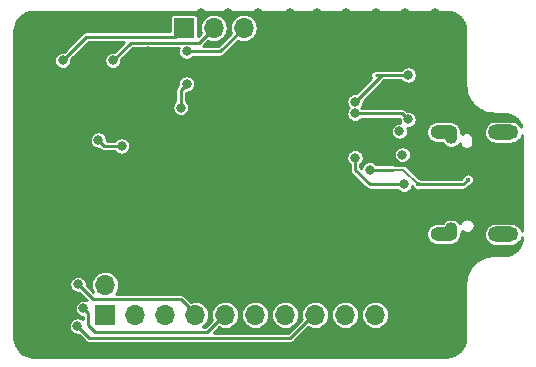
<source format=gbl>
G04 #@! TF.GenerationSoftware,KiCad,Pcbnew,(5.1.0)-1*
G04 #@! TF.CreationDate,2019-04-13T16:10:58+02:00*
G04 #@! TF.ProjectId,converterboard,636f6e76-6572-4746-9572-626f6172642e,rev?*
G04 #@! TF.SameCoordinates,Original*
G04 #@! TF.FileFunction,Copper,L2,Bot*
G04 #@! TF.FilePolarity,Positive*
%FSLAX46Y46*%
G04 Gerber Fmt 4.6, Leading zero omitted, Abs format (unit mm)*
G04 Created by KiCad (PCBNEW (5.1.0)-1) date 2019-04-13 16:10:58*
%MOMM*%
%LPD*%
G04 APERTURE LIST*
%ADD10O,2.300000X1.200000*%
%ADD11O,1.100000X1.350000*%
%ADD12O,2.600000X1.300000*%
%ADD13R,1.700000X1.700000*%
%ADD14O,1.700000X1.700000*%
%ADD15C,0.800000*%
%ADD16C,0.400000*%
%ADD17C,0.250000*%
%ADD18C,0.200000*%
%ADD19C,0.254000*%
G04 APERTURE END LIST*
D10*
X190750000Y-109580000D03*
D11*
X191400000Y-109900000D03*
X191400000Y-117900000D03*
D10*
X190750000Y-118220000D03*
D12*
X195800000Y-118220000D03*
X195800000Y-109580000D03*
D13*
X168750000Y-100750000D03*
D14*
X171290000Y-100750000D03*
X173830000Y-100750000D03*
X176370000Y-100750000D03*
X184960000Y-122510000D03*
X184960000Y-125050000D03*
X182420000Y-122510000D03*
X182420000Y-125050000D03*
X179880000Y-122510000D03*
X179880000Y-125050000D03*
X177340000Y-122510000D03*
X177340000Y-125050000D03*
X174800000Y-122510000D03*
X174800000Y-125050000D03*
X172260000Y-122510000D03*
X172260000Y-125050000D03*
X169720000Y-122510000D03*
X169720000Y-125050000D03*
X167180000Y-122510000D03*
X167180000Y-125050000D03*
X164640000Y-122510000D03*
X164640000Y-125050000D03*
X162100000Y-122510000D03*
D13*
X162100000Y-125050000D03*
D15*
X187000000Y-109500000D03*
X187250000Y-111500000D03*
X167750000Y-108750000D03*
X158750000Y-111750000D03*
X158250000Y-117500000D03*
X180500000Y-117500000D03*
X186250000Y-118000000D03*
X183000000Y-101000000D03*
X160750000Y-109250000D03*
X158000000Y-113750000D03*
X169000000Y-117250000D03*
X167500000Y-118250000D03*
X172750000Y-108250000D03*
X164350542Y-108424777D03*
X191750000Y-127750000D03*
X189000000Y-128000000D03*
X186000000Y-128000000D03*
X183000000Y-128000000D03*
X180000000Y-128000000D03*
X177000000Y-128000000D03*
X174000000Y-128000000D03*
X171000000Y-128000000D03*
X168000000Y-128000000D03*
X165000000Y-128000000D03*
X162000000Y-128000000D03*
X159000000Y-128000000D03*
X156000000Y-128000000D03*
X155000000Y-126000000D03*
X155000000Y-123000000D03*
X154750000Y-120250000D03*
X154750000Y-117250000D03*
X154750000Y-114500000D03*
X154750000Y-112250000D03*
X154750000Y-110000000D03*
X154750000Y-107500000D03*
X154750000Y-105000000D03*
X154750000Y-102500000D03*
X155250000Y-100000000D03*
X159000000Y-99750000D03*
X161500000Y-99750000D03*
X164000000Y-99750000D03*
X166500000Y-99750000D03*
X191750000Y-100000000D03*
X190000000Y-99500000D03*
X187500000Y-99500000D03*
X185000000Y-99500000D03*
X182500000Y-99500000D03*
X180000000Y-99500000D03*
X177750000Y-99500000D03*
X175000000Y-99500000D03*
X172500000Y-99500000D03*
X170250000Y-99500000D03*
X192000000Y-125500000D03*
X192000000Y-123000000D03*
X192000000Y-120500000D03*
X192250000Y-103750000D03*
X188750000Y-120750000D03*
X188750000Y-123000000D03*
X188750000Y-125500000D03*
X186000000Y-120250000D03*
X182750000Y-120250000D03*
X179750000Y-120250000D03*
X176750000Y-120250000D03*
X174250000Y-120250000D03*
X170750000Y-120250000D03*
X167750000Y-120250000D03*
X164500000Y-120250000D03*
X161500000Y-120250000D03*
X159500000Y-119000000D03*
X162750000Y-118750000D03*
X163500000Y-116500000D03*
X165250000Y-115000000D03*
X163500000Y-113750000D03*
X165000000Y-112750000D03*
X172000000Y-117250000D03*
X174750000Y-117250000D03*
X174500000Y-114750000D03*
X171500000Y-114750000D03*
X169250000Y-114500000D03*
X172750000Y-104000000D03*
X176250000Y-104500000D03*
X176000000Y-108250000D03*
X175750000Y-112750000D03*
X172750000Y-112750000D03*
X174000000Y-110500000D03*
X174000000Y-106250000D03*
X176000000Y-110500000D03*
X179500000Y-102250000D03*
X182000000Y-102500000D03*
X183750000Y-104000000D03*
X182250000Y-106250000D03*
X180250000Y-106250000D03*
X180000000Y-104000000D03*
X181750000Y-104250000D03*
X181000000Y-101000000D03*
X178500000Y-101000000D03*
X169250000Y-103750000D03*
X167500000Y-105500000D03*
X165750000Y-104500000D03*
X165750000Y-102750000D03*
X180750000Y-109500000D03*
X180250000Y-111250000D03*
X183500000Y-109750000D03*
X190000000Y-104500000D03*
X161750000Y-102250000D03*
X157250000Y-108250000D03*
X157250000Y-112000000D03*
X157750000Y-124000000D03*
X157500000Y-126000000D03*
X159750000Y-115250000D03*
X182500000Y-117500000D03*
X184500000Y-115500000D03*
X158500000Y-103500000D03*
X161500000Y-110250000D03*
X163500000Y-110750000D03*
X169000000Y-102750000D03*
X162750000Y-103500000D03*
X184500000Y-112750000D03*
D16*
X192800000Y-113600000D03*
X188600000Y-114000000D03*
D15*
X183249984Y-111750000D03*
X187400000Y-114000000D03*
X187750000Y-108500000D03*
X183250012Y-108000000D03*
X183250000Y-107000000D03*
X187750000Y-104750016D03*
X159795497Y-122454497D03*
X160250000Y-124500004D03*
X159750000Y-126000000D03*
X168500000Y-107500000D03*
X169000000Y-105500000D03*
D17*
X158899999Y-103100001D02*
X158500000Y-103500000D01*
X160500000Y-101500000D02*
X158899999Y-103100001D01*
X168750000Y-100750000D02*
X168000000Y-101500000D01*
X168000000Y-101500000D02*
X160500000Y-101500000D01*
X162000000Y-110750000D02*
X162934315Y-110750000D01*
X161500000Y-110250000D02*
X162000000Y-110750000D01*
X162934315Y-110750000D02*
X163500000Y-110750000D01*
X171830000Y-102750000D02*
X169565685Y-102750000D01*
X169565685Y-102750000D02*
X169000000Y-102750000D01*
X173830000Y-100750000D02*
X171830000Y-102750000D01*
X170440001Y-101599999D02*
X171290000Y-100750000D01*
X162750000Y-103500000D02*
X164250000Y-102000000D01*
X164250000Y-102000000D02*
X170040000Y-102000000D01*
X170040000Y-102000000D02*
X170440001Y-101599999D01*
X186500000Y-112750000D02*
X184500000Y-112750000D01*
X188882842Y-114000000D02*
X188600000Y-114000000D01*
X192400000Y-114000000D02*
X188882842Y-114000000D01*
X192800000Y-113600000D02*
X192400000Y-114000000D01*
D18*
X187350000Y-112750000D02*
X188600000Y-114000000D01*
X186500000Y-112750000D02*
X187350000Y-112750000D01*
D17*
X184500000Y-114000000D02*
X186834315Y-114000000D01*
X186834315Y-114000000D02*
X187400000Y-114000000D01*
X183249984Y-111750000D02*
X183249984Y-112749984D01*
X183249984Y-112749984D02*
X184500000Y-114000000D01*
X187250000Y-108000000D02*
X183815697Y-108000000D01*
X183815697Y-108000000D02*
X183250012Y-108000000D01*
X187750000Y-108500000D02*
X187250000Y-108000000D01*
X183250000Y-107000000D02*
X185499984Y-104750016D01*
X187184315Y-104750016D02*
X187750000Y-104750016D01*
X184999984Y-104750016D02*
X187184315Y-104750016D01*
X169750000Y-125000000D02*
X168500000Y-123750000D01*
X161091000Y-123750000D02*
X160195496Y-122854496D01*
X168500000Y-123750000D02*
X161091000Y-123750000D01*
X160195496Y-122854496D02*
X159795497Y-122454497D01*
X160649999Y-125885001D02*
X160649999Y-124900003D01*
X160649999Y-124900003D02*
X160250000Y-124500004D01*
X172250000Y-125000000D02*
X170750000Y-126500000D01*
X161264998Y-126500000D02*
X160649999Y-125885001D01*
X170750000Y-126500000D02*
X161264998Y-126500000D01*
X160149999Y-126399999D02*
X159750000Y-126000000D01*
X160750000Y-127000000D02*
X160149999Y-126399999D01*
X177750000Y-127000000D02*
X160750000Y-127000000D01*
X179750000Y-125000000D02*
X177750000Y-127000000D01*
X168500000Y-107500000D02*
X168500000Y-106000000D01*
X168500000Y-106000000D02*
X169000000Y-105500000D01*
D19*
G36*
X191310008Y-99434324D02*
G01*
X191608214Y-99524357D01*
X191883249Y-99670595D01*
X192124645Y-99867473D01*
X192323203Y-100107487D01*
X192471360Y-100381498D01*
X192563472Y-100679064D01*
X192586032Y-100893702D01*
X192579178Y-100916294D01*
X192573000Y-100979023D01*
X192573001Y-105620978D01*
X192579179Y-105683707D01*
X192603596Y-105764196D01*
X192613590Y-105782893D01*
X192641052Y-106044176D01*
X192648384Y-106079893D01*
X192655206Y-106115657D01*
X192656828Y-106121031D01*
X192772252Y-106493905D01*
X192786369Y-106527489D01*
X192800020Y-106561276D01*
X192802655Y-106566232D01*
X192988306Y-106909587D01*
X193008689Y-106939806D01*
X193028631Y-106970281D01*
X193032179Y-106974631D01*
X193280986Y-107275386D01*
X193306852Y-107301073D01*
X193332331Y-107327091D01*
X193336656Y-107330669D01*
X193639141Y-107577369D01*
X193669501Y-107597541D01*
X193699551Y-107618117D01*
X193704489Y-107620787D01*
X194049131Y-107804036D01*
X194082799Y-107817913D01*
X194116306Y-107832275D01*
X194121668Y-107833935D01*
X194495340Y-107946752D01*
X194531069Y-107953827D01*
X194566720Y-107961405D01*
X194572302Y-107961991D01*
X194816152Y-107985901D01*
X194835804Y-107996405D01*
X194916293Y-108020822D01*
X194979022Y-108027000D01*
X195820978Y-108027000D01*
X195883707Y-108020822D01*
X195905348Y-108014257D01*
X196110008Y-108034324D01*
X196408214Y-108124357D01*
X196683249Y-108270595D01*
X196924645Y-108467473D01*
X197123203Y-108707487D01*
X197271360Y-108981498D01*
X197317399Y-109130227D01*
X197266276Y-109034582D01*
X197144186Y-108885814D01*
X196995418Y-108763724D01*
X196825691Y-108673003D01*
X196641525Y-108617137D01*
X196497993Y-108603000D01*
X195102007Y-108603000D01*
X194958475Y-108617137D01*
X194774309Y-108673003D01*
X194604582Y-108763724D01*
X194455814Y-108885814D01*
X194333724Y-109034582D01*
X194243003Y-109204309D01*
X194187137Y-109388475D01*
X194168273Y-109580000D01*
X194187137Y-109771525D01*
X194243003Y-109955691D01*
X194333724Y-110125418D01*
X194455814Y-110274186D01*
X194604582Y-110396276D01*
X194774309Y-110486997D01*
X194958475Y-110542863D01*
X195102007Y-110557000D01*
X196497993Y-110557000D01*
X196641525Y-110542863D01*
X196825691Y-110486997D01*
X196995418Y-110396276D01*
X197144186Y-110274186D01*
X197266276Y-110125418D01*
X197356997Y-109955691D01*
X197398001Y-109820519D01*
X197398000Y-117979478D01*
X197356997Y-117844309D01*
X197266276Y-117674582D01*
X197144186Y-117525814D01*
X196995418Y-117403724D01*
X196825691Y-117313003D01*
X196641525Y-117257137D01*
X196497993Y-117243000D01*
X195102007Y-117243000D01*
X194958475Y-117257137D01*
X194774309Y-117313003D01*
X194604582Y-117403724D01*
X194455814Y-117525814D01*
X194333724Y-117674582D01*
X194243003Y-117844309D01*
X194187137Y-118028475D01*
X194168273Y-118220000D01*
X194187137Y-118411525D01*
X194243003Y-118595691D01*
X194333724Y-118765418D01*
X194455814Y-118914186D01*
X194604582Y-119036276D01*
X194774309Y-119126997D01*
X194958475Y-119182863D01*
X195102007Y-119197000D01*
X196497993Y-119197000D01*
X196641525Y-119182863D01*
X196825691Y-119126997D01*
X196995418Y-119036276D01*
X197144186Y-118914186D01*
X197266276Y-118765418D01*
X197356997Y-118595691D01*
X197386383Y-118498817D01*
X197365676Y-118710009D01*
X197275641Y-119008217D01*
X197129402Y-119283252D01*
X196932524Y-119524648D01*
X196692513Y-119723203D01*
X196418502Y-119871360D01*
X196120935Y-119963472D01*
X195906299Y-119986031D01*
X195883707Y-119979178D01*
X195820978Y-119973000D01*
X194979022Y-119973000D01*
X194916293Y-119979178D01*
X194835804Y-120003595D01*
X194817105Y-120013590D01*
X194555823Y-120041052D01*
X194520093Y-120048386D01*
X194484343Y-120055206D01*
X194478969Y-120056828D01*
X194106094Y-120172252D01*
X194072472Y-120186385D01*
X194038725Y-120200020D01*
X194033768Y-120202655D01*
X193690413Y-120388306D01*
X193660194Y-120408689D01*
X193629719Y-120428631D01*
X193625369Y-120432179D01*
X193324614Y-120680986D01*
X193298944Y-120706836D01*
X193272909Y-120732331D01*
X193269331Y-120736656D01*
X193022630Y-121039141D01*
X193002444Y-121069523D01*
X192981883Y-121099552D01*
X192979213Y-121104489D01*
X192795963Y-121449131D01*
X192782067Y-121482845D01*
X192767725Y-121516307D01*
X192766065Y-121521669D01*
X192653247Y-121895340D01*
X192646168Y-121931092D01*
X192638595Y-121966720D01*
X192638009Y-121972302D01*
X192614099Y-122216153D01*
X192603595Y-122235805D01*
X192579178Y-122316294D01*
X192573000Y-122379023D01*
X192573001Y-127020978D01*
X192579179Y-127083707D01*
X192585743Y-127105346D01*
X192565676Y-127310009D01*
X192475641Y-127608217D01*
X192329402Y-127883252D01*
X192132524Y-128124648D01*
X191892513Y-128323203D01*
X191618502Y-128471360D01*
X191320935Y-128563472D01*
X190992426Y-128598000D01*
X156019658Y-128598000D01*
X155689991Y-128565676D01*
X155391783Y-128475641D01*
X155116748Y-128329402D01*
X154875352Y-128132524D01*
X154676797Y-127892513D01*
X154528640Y-127618502D01*
X154436528Y-127320935D01*
X154402000Y-126992426D01*
X154402000Y-125928397D01*
X159023000Y-125928397D01*
X159023000Y-126071603D01*
X159050938Y-126212058D01*
X159105741Y-126344364D01*
X159185302Y-126463436D01*
X159286564Y-126564698D01*
X159405636Y-126644259D01*
X159537942Y-126699062D01*
X159678397Y-126727000D01*
X159821603Y-126727000D01*
X159835093Y-126724317D01*
X159846088Y-126735312D01*
X159846093Y-126735316D01*
X160414681Y-127303905D01*
X160428841Y-127321159D01*
X160497667Y-127377643D01*
X160569354Y-127415960D01*
X160576190Y-127419614D01*
X160661392Y-127445460D01*
X160750000Y-127454187D01*
X160772205Y-127452000D01*
X177727795Y-127452000D01*
X177750000Y-127454187D01*
X177772205Y-127452000D01*
X177838607Y-127445460D01*
X177923810Y-127419614D01*
X178002333Y-127377643D01*
X178071159Y-127321159D01*
X178085323Y-127303900D01*
X179309551Y-126079674D01*
X179427403Y-126142667D01*
X179649268Y-126209969D01*
X179822188Y-126227000D01*
X179937812Y-126227000D01*
X180110732Y-126209969D01*
X180332597Y-126142667D01*
X180537070Y-126033374D01*
X180716291Y-125886291D01*
X180863374Y-125707070D01*
X180972667Y-125502597D01*
X181039969Y-125280732D01*
X181062694Y-125050000D01*
X181237306Y-125050000D01*
X181260031Y-125280732D01*
X181327333Y-125502597D01*
X181436626Y-125707070D01*
X181583709Y-125886291D01*
X181762930Y-126033374D01*
X181967403Y-126142667D01*
X182189268Y-126209969D01*
X182362188Y-126227000D01*
X182477812Y-126227000D01*
X182650732Y-126209969D01*
X182872597Y-126142667D01*
X183077070Y-126033374D01*
X183256291Y-125886291D01*
X183403374Y-125707070D01*
X183512667Y-125502597D01*
X183579969Y-125280732D01*
X183602694Y-125050000D01*
X183777306Y-125050000D01*
X183800031Y-125280732D01*
X183867333Y-125502597D01*
X183976626Y-125707070D01*
X184123709Y-125886291D01*
X184302930Y-126033374D01*
X184507403Y-126142667D01*
X184729268Y-126209969D01*
X184902188Y-126227000D01*
X185017812Y-126227000D01*
X185190732Y-126209969D01*
X185412597Y-126142667D01*
X185617070Y-126033374D01*
X185796291Y-125886291D01*
X185943374Y-125707070D01*
X186052667Y-125502597D01*
X186119969Y-125280732D01*
X186142694Y-125050000D01*
X186119969Y-124819268D01*
X186052667Y-124597403D01*
X185943374Y-124392930D01*
X185796291Y-124213709D01*
X185617070Y-124066626D01*
X185412597Y-123957333D01*
X185190732Y-123890031D01*
X185017812Y-123873000D01*
X184902188Y-123873000D01*
X184729268Y-123890031D01*
X184507403Y-123957333D01*
X184302930Y-124066626D01*
X184123709Y-124213709D01*
X183976626Y-124392930D01*
X183867333Y-124597403D01*
X183800031Y-124819268D01*
X183777306Y-125050000D01*
X183602694Y-125050000D01*
X183579969Y-124819268D01*
X183512667Y-124597403D01*
X183403374Y-124392930D01*
X183256291Y-124213709D01*
X183077070Y-124066626D01*
X182872597Y-123957333D01*
X182650732Y-123890031D01*
X182477812Y-123873000D01*
X182362188Y-123873000D01*
X182189268Y-123890031D01*
X181967403Y-123957333D01*
X181762930Y-124066626D01*
X181583709Y-124213709D01*
X181436626Y-124392930D01*
X181327333Y-124597403D01*
X181260031Y-124819268D01*
X181237306Y-125050000D01*
X181062694Y-125050000D01*
X181039969Y-124819268D01*
X180972667Y-124597403D01*
X180863374Y-124392930D01*
X180716291Y-124213709D01*
X180537070Y-124066626D01*
X180332597Y-123957333D01*
X180110732Y-123890031D01*
X179937812Y-123873000D01*
X179822188Y-123873000D01*
X179649268Y-123890031D01*
X179427403Y-123957333D01*
X179222930Y-124066626D01*
X179043709Y-124213709D01*
X178896626Y-124392930D01*
X178787333Y-124597403D01*
X178720031Y-124819268D01*
X178697306Y-125050000D01*
X178720031Y-125280732D01*
X178745636Y-125365140D01*
X177562777Y-126548000D01*
X171341223Y-126548000D01*
X171767751Y-126121473D01*
X171807403Y-126142667D01*
X172029268Y-126209969D01*
X172202188Y-126227000D01*
X172317812Y-126227000D01*
X172490732Y-126209969D01*
X172712597Y-126142667D01*
X172917070Y-126033374D01*
X173096291Y-125886291D01*
X173243374Y-125707070D01*
X173352667Y-125502597D01*
X173419969Y-125280732D01*
X173442694Y-125050000D01*
X173617306Y-125050000D01*
X173640031Y-125280732D01*
X173707333Y-125502597D01*
X173816626Y-125707070D01*
X173963709Y-125886291D01*
X174142930Y-126033374D01*
X174347403Y-126142667D01*
X174569268Y-126209969D01*
X174742188Y-126227000D01*
X174857812Y-126227000D01*
X175030732Y-126209969D01*
X175252597Y-126142667D01*
X175457070Y-126033374D01*
X175636291Y-125886291D01*
X175783374Y-125707070D01*
X175892667Y-125502597D01*
X175959969Y-125280732D01*
X175982694Y-125050000D01*
X176157306Y-125050000D01*
X176180031Y-125280732D01*
X176247333Y-125502597D01*
X176356626Y-125707070D01*
X176503709Y-125886291D01*
X176682930Y-126033374D01*
X176887403Y-126142667D01*
X177109268Y-126209969D01*
X177282188Y-126227000D01*
X177397812Y-126227000D01*
X177570732Y-126209969D01*
X177792597Y-126142667D01*
X177997070Y-126033374D01*
X178176291Y-125886291D01*
X178323374Y-125707070D01*
X178432667Y-125502597D01*
X178499969Y-125280732D01*
X178522694Y-125050000D01*
X178499969Y-124819268D01*
X178432667Y-124597403D01*
X178323374Y-124392930D01*
X178176291Y-124213709D01*
X177997070Y-124066626D01*
X177792597Y-123957333D01*
X177570732Y-123890031D01*
X177397812Y-123873000D01*
X177282188Y-123873000D01*
X177109268Y-123890031D01*
X176887403Y-123957333D01*
X176682930Y-124066626D01*
X176503709Y-124213709D01*
X176356626Y-124392930D01*
X176247333Y-124597403D01*
X176180031Y-124819268D01*
X176157306Y-125050000D01*
X175982694Y-125050000D01*
X175959969Y-124819268D01*
X175892667Y-124597403D01*
X175783374Y-124392930D01*
X175636291Y-124213709D01*
X175457070Y-124066626D01*
X175252597Y-123957333D01*
X175030732Y-123890031D01*
X174857812Y-123873000D01*
X174742188Y-123873000D01*
X174569268Y-123890031D01*
X174347403Y-123957333D01*
X174142930Y-124066626D01*
X173963709Y-124213709D01*
X173816626Y-124392930D01*
X173707333Y-124597403D01*
X173640031Y-124819268D01*
X173617306Y-125050000D01*
X173442694Y-125050000D01*
X173419969Y-124819268D01*
X173352667Y-124597403D01*
X173243374Y-124392930D01*
X173096291Y-124213709D01*
X172917070Y-124066626D01*
X172712597Y-123957333D01*
X172490732Y-123890031D01*
X172317812Y-123873000D01*
X172202188Y-123873000D01*
X172029268Y-123890031D01*
X171807403Y-123957333D01*
X171602930Y-124066626D01*
X171423709Y-124213709D01*
X171276626Y-124392930D01*
X171167333Y-124597403D01*
X171100031Y-124819268D01*
X171077306Y-125050000D01*
X171100031Y-125280732D01*
X171153565Y-125457211D01*
X170562777Y-126048000D01*
X170349707Y-126048000D01*
X170377070Y-126033374D01*
X170556291Y-125886291D01*
X170703374Y-125707070D01*
X170812667Y-125502597D01*
X170879969Y-125280732D01*
X170902694Y-125050000D01*
X170879969Y-124819268D01*
X170812667Y-124597403D01*
X170703374Y-124392930D01*
X170556291Y-124213709D01*
X170377070Y-124066626D01*
X170172597Y-123957333D01*
X169950732Y-123890031D01*
X169777812Y-123873000D01*
X169662188Y-123873000D01*
X169489268Y-123890031D01*
X169328134Y-123938910D01*
X168835323Y-123446100D01*
X168821159Y-123428841D01*
X168752333Y-123372357D01*
X168673810Y-123330386D01*
X168588607Y-123304540D01*
X168522205Y-123298000D01*
X168500000Y-123295813D01*
X168477795Y-123298000D01*
X162975922Y-123298000D01*
X163083374Y-123167070D01*
X163192667Y-122962597D01*
X163259969Y-122740732D01*
X163282694Y-122510000D01*
X163259969Y-122279268D01*
X163192667Y-122057403D01*
X163083374Y-121852930D01*
X162936291Y-121673709D01*
X162757070Y-121526626D01*
X162552597Y-121417333D01*
X162330732Y-121350031D01*
X162157812Y-121333000D01*
X162042188Y-121333000D01*
X161869268Y-121350031D01*
X161647403Y-121417333D01*
X161442930Y-121526626D01*
X161263709Y-121673709D01*
X161116626Y-121852930D01*
X161007333Y-122057403D01*
X160940031Y-122279268D01*
X160917306Y-122510000D01*
X160940031Y-122740732D01*
X161007333Y-122962597D01*
X161081411Y-123101187D01*
X160530813Y-122550590D01*
X160530809Y-122550585D01*
X160519814Y-122539590D01*
X160522497Y-122526100D01*
X160522497Y-122382894D01*
X160494559Y-122242439D01*
X160439756Y-122110133D01*
X160360195Y-121991061D01*
X160258933Y-121889799D01*
X160139861Y-121810238D01*
X160007555Y-121755435D01*
X159867100Y-121727497D01*
X159723894Y-121727497D01*
X159583439Y-121755435D01*
X159451133Y-121810238D01*
X159332061Y-121889799D01*
X159230799Y-121991061D01*
X159151238Y-122110133D01*
X159096435Y-122242439D01*
X159068497Y-122382894D01*
X159068497Y-122526100D01*
X159096435Y-122666555D01*
X159151238Y-122798861D01*
X159230799Y-122917933D01*
X159332061Y-123019195D01*
X159451133Y-123098756D01*
X159583439Y-123153559D01*
X159723894Y-123181497D01*
X159867100Y-123181497D01*
X159880590Y-123178814D01*
X159891585Y-123189809D01*
X159891590Y-123189813D01*
X160531469Y-123829693D01*
X160462058Y-123800942D01*
X160321603Y-123773004D01*
X160178397Y-123773004D01*
X160037942Y-123800942D01*
X159905636Y-123855745D01*
X159786564Y-123935306D01*
X159685302Y-124036568D01*
X159605741Y-124155640D01*
X159550938Y-124287946D01*
X159523000Y-124428401D01*
X159523000Y-124571607D01*
X159550938Y-124712062D01*
X159605741Y-124844368D01*
X159685302Y-124963440D01*
X159786564Y-125064702D01*
X159905636Y-125144263D01*
X160037942Y-125199066D01*
X160178397Y-125227004D01*
X160198000Y-125227004D01*
X160197999Y-125424988D01*
X160094364Y-125355741D01*
X159962058Y-125300938D01*
X159821603Y-125273000D01*
X159678397Y-125273000D01*
X159537942Y-125300938D01*
X159405636Y-125355741D01*
X159286564Y-125435302D01*
X159185302Y-125536564D01*
X159105741Y-125655636D01*
X159050938Y-125787942D01*
X159023000Y-125928397D01*
X154402000Y-125928397D01*
X154402000Y-118220000D01*
X189268515Y-118220000D01*
X189286413Y-118401724D01*
X189339420Y-118576464D01*
X189425499Y-118737505D01*
X189541341Y-118878659D01*
X189682495Y-118994501D01*
X189843536Y-119080580D01*
X190018276Y-119133587D01*
X190154462Y-119147000D01*
X191345538Y-119147000D01*
X191481724Y-119133587D01*
X191656464Y-119080580D01*
X191817505Y-118994501D01*
X191958659Y-118878659D01*
X192074501Y-118737505D01*
X192160580Y-118576464D01*
X192213587Y-118401724D01*
X192219069Y-118346059D01*
X192264310Y-118196921D01*
X192277000Y-118068078D01*
X192277000Y-117913712D01*
X192350311Y-117987023D01*
X192453004Y-118055640D01*
X192567111Y-118102905D01*
X192688246Y-118127000D01*
X192811754Y-118127000D01*
X192932889Y-118102905D01*
X193046996Y-118055640D01*
X193149689Y-117987023D01*
X193237023Y-117899689D01*
X193305640Y-117796996D01*
X193352905Y-117682889D01*
X193377000Y-117561754D01*
X193377000Y-117438246D01*
X193352905Y-117317111D01*
X193305640Y-117203004D01*
X193237023Y-117100311D01*
X193149689Y-117012977D01*
X193046996Y-116944360D01*
X192932889Y-116897095D01*
X192811754Y-116873000D01*
X192688246Y-116873000D01*
X192567111Y-116897095D01*
X192453004Y-116944360D01*
X192350311Y-117012977D01*
X192262977Y-117100311D01*
X192194360Y-117203004D01*
X192148220Y-117314394D01*
X192132727Y-117285408D01*
X192023133Y-117151867D01*
X191889591Y-117042273D01*
X191737236Y-116960838D01*
X191571921Y-116910690D01*
X191400000Y-116893757D01*
X191228078Y-116910690D01*
X191062763Y-116960838D01*
X190910408Y-117042273D01*
X190776867Y-117151867D01*
X190667273Y-117285409D01*
X190663216Y-117293000D01*
X190154462Y-117293000D01*
X190018276Y-117306413D01*
X189843536Y-117359420D01*
X189682495Y-117445499D01*
X189541341Y-117561341D01*
X189425499Y-117702495D01*
X189339420Y-117863536D01*
X189286413Y-118038276D01*
X189268515Y-118220000D01*
X154402000Y-118220000D01*
X154402000Y-111678397D01*
X182522984Y-111678397D01*
X182522984Y-111821603D01*
X182550922Y-111962058D01*
X182605725Y-112094364D01*
X182685286Y-112213436D01*
X182786548Y-112314698D01*
X182797985Y-112322340D01*
X182797985Y-112727769D01*
X182795797Y-112749984D01*
X182804524Y-112838591D01*
X182830370Y-112923793D01*
X182850823Y-112962058D01*
X182872342Y-113002317D01*
X182928826Y-113071143D01*
X182946080Y-113085303D01*
X184164681Y-114303905D01*
X184178841Y-114321159D01*
X184247667Y-114377643D01*
X184326190Y-114419614D01*
X184411392Y-114445460D01*
X184500000Y-114454187D01*
X184522205Y-114452000D01*
X186827661Y-114452000D01*
X186835302Y-114463436D01*
X186936564Y-114564698D01*
X187055636Y-114644259D01*
X187187942Y-114699062D01*
X187328397Y-114727000D01*
X187471603Y-114727000D01*
X187612058Y-114699062D01*
X187744364Y-114644259D01*
X187863436Y-114564698D01*
X187964698Y-114463436D01*
X188044259Y-114344364D01*
X188099062Y-114212058D01*
X188105017Y-114182122D01*
X188132979Y-114249628D01*
X188190652Y-114335943D01*
X188264057Y-114409348D01*
X188350372Y-114467021D01*
X188446280Y-114506748D01*
X188548095Y-114527000D01*
X188651905Y-114527000D01*
X188753720Y-114506748D01*
X188849628Y-114467021D01*
X188872109Y-114452000D01*
X192377795Y-114452000D01*
X192400000Y-114454187D01*
X192422205Y-114452000D01*
X192488607Y-114445460D01*
X192573810Y-114419614D01*
X192652333Y-114377643D01*
X192721159Y-114321159D01*
X192735323Y-114303900D01*
X192927201Y-114112023D01*
X192953720Y-114106748D01*
X193049628Y-114067021D01*
X193135943Y-114009348D01*
X193209348Y-113935943D01*
X193267021Y-113849628D01*
X193306748Y-113753720D01*
X193327000Y-113651905D01*
X193327000Y-113548095D01*
X193306748Y-113446280D01*
X193267021Y-113350372D01*
X193209348Y-113264057D01*
X193135943Y-113190652D01*
X193049628Y-113132979D01*
X192953720Y-113093252D01*
X192851905Y-113073000D01*
X192748095Y-113073000D01*
X192646280Y-113093252D01*
X192550372Y-113132979D01*
X192464057Y-113190652D01*
X192390652Y-113264057D01*
X192332979Y-113350372D01*
X192293252Y-113446280D01*
X192287977Y-113472799D01*
X192212776Y-113548000D01*
X188872109Y-113548000D01*
X188849628Y-113532979D01*
X188753720Y-113493252D01*
X188683067Y-113479198D01*
X187666768Y-112462900D01*
X187653395Y-112446605D01*
X187588376Y-112393245D01*
X187514196Y-112353595D01*
X187433707Y-112329178D01*
X187370978Y-112323000D01*
X187370967Y-112323000D01*
X187350000Y-112320935D01*
X187329033Y-112323000D01*
X186649462Y-112323000D01*
X186588607Y-112304540D01*
X186522205Y-112298000D01*
X185072339Y-112298000D01*
X185064698Y-112286564D01*
X184963436Y-112185302D01*
X184844364Y-112105741D01*
X184712058Y-112050938D01*
X184571603Y-112023000D01*
X184428397Y-112023000D01*
X184287942Y-112050938D01*
X184155636Y-112105741D01*
X184036564Y-112185302D01*
X183935302Y-112286564D01*
X183855741Y-112405636D01*
X183800938Y-112537942D01*
X183780403Y-112641180D01*
X183701984Y-112562761D01*
X183701984Y-112322339D01*
X183713420Y-112314698D01*
X183814682Y-112213436D01*
X183894243Y-112094364D01*
X183949046Y-111962058D01*
X183976984Y-111821603D01*
X183976984Y-111678397D01*
X183949046Y-111537942D01*
X183903671Y-111428397D01*
X186523000Y-111428397D01*
X186523000Y-111571603D01*
X186550938Y-111712058D01*
X186605741Y-111844364D01*
X186685302Y-111963436D01*
X186786564Y-112064698D01*
X186905636Y-112144259D01*
X187037942Y-112199062D01*
X187178397Y-112227000D01*
X187321603Y-112227000D01*
X187462058Y-112199062D01*
X187594364Y-112144259D01*
X187713436Y-112064698D01*
X187814698Y-111963436D01*
X187894259Y-111844364D01*
X187949062Y-111712058D01*
X187977000Y-111571603D01*
X187977000Y-111428397D01*
X187949062Y-111287942D01*
X187894259Y-111155636D01*
X187814698Y-111036564D01*
X187713436Y-110935302D01*
X187594364Y-110855741D01*
X187462058Y-110800938D01*
X187321603Y-110773000D01*
X187178397Y-110773000D01*
X187037942Y-110800938D01*
X186905636Y-110855741D01*
X186786564Y-110935302D01*
X186685302Y-111036564D01*
X186605741Y-111155636D01*
X186550938Y-111287942D01*
X186523000Y-111428397D01*
X183903671Y-111428397D01*
X183894243Y-111405636D01*
X183814682Y-111286564D01*
X183713420Y-111185302D01*
X183594348Y-111105741D01*
X183462042Y-111050938D01*
X183321587Y-111023000D01*
X183178381Y-111023000D01*
X183037926Y-111050938D01*
X182905620Y-111105741D01*
X182786548Y-111185302D01*
X182685286Y-111286564D01*
X182605725Y-111405636D01*
X182550922Y-111537942D01*
X182522984Y-111678397D01*
X154402000Y-111678397D01*
X154402000Y-110178397D01*
X160773000Y-110178397D01*
X160773000Y-110321603D01*
X160800938Y-110462058D01*
X160855741Y-110594364D01*
X160935302Y-110713436D01*
X161036564Y-110814698D01*
X161155636Y-110894259D01*
X161287942Y-110949062D01*
X161428397Y-110977000D01*
X161571603Y-110977000D01*
X161585093Y-110974317D01*
X161664681Y-111053905D01*
X161678841Y-111071159D01*
X161747667Y-111127643D01*
X161800039Y-111155636D01*
X161826190Y-111169614D01*
X161911392Y-111195460D01*
X162000000Y-111204187D01*
X162022205Y-111202000D01*
X162927661Y-111202000D01*
X162935302Y-111213436D01*
X163036564Y-111314698D01*
X163155636Y-111394259D01*
X163287942Y-111449062D01*
X163428397Y-111477000D01*
X163571603Y-111477000D01*
X163712058Y-111449062D01*
X163844364Y-111394259D01*
X163963436Y-111314698D01*
X164064698Y-111213436D01*
X164144259Y-111094364D01*
X164199062Y-110962058D01*
X164227000Y-110821603D01*
X164227000Y-110678397D01*
X164199062Y-110537942D01*
X164144259Y-110405636D01*
X164064698Y-110286564D01*
X163963436Y-110185302D01*
X163844364Y-110105741D01*
X163712058Y-110050938D01*
X163571603Y-110023000D01*
X163428397Y-110023000D01*
X163287942Y-110050938D01*
X163155636Y-110105741D01*
X163036564Y-110185302D01*
X162935302Y-110286564D01*
X162927661Y-110298000D01*
X162227000Y-110298000D01*
X162227000Y-110178397D01*
X162199062Y-110037942D01*
X162144259Y-109905636D01*
X162064698Y-109786564D01*
X161963436Y-109685302D01*
X161844364Y-109605741D01*
X161712058Y-109550938D01*
X161571603Y-109523000D01*
X161428397Y-109523000D01*
X161287942Y-109550938D01*
X161155636Y-109605741D01*
X161036564Y-109685302D01*
X160935302Y-109786564D01*
X160855741Y-109905636D01*
X160800938Y-110037942D01*
X160773000Y-110178397D01*
X154402000Y-110178397D01*
X154402000Y-107428397D01*
X167773000Y-107428397D01*
X167773000Y-107571603D01*
X167800938Y-107712058D01*
X167855741Y-107844364D01*
X167935302Y-107963436D01*
X168036564Y-108064698D01*
X168155636Y-108144259D01*
X168287942Y-108199062D01*
X168428397Y-108227000D01*
X168571603Y-108227000D01*
X168712058Y-108199062D01*
X168844364Y-108144259D01*
X168963436Y-108064698D01*
X169064698Y-107963436D01*
X169144259Y-107844364D01*
X169199062Y-107712058D01*
X169227000Y-107571603D01*
X169227000Y-107428397D01*
X169199062Y-107287942D01*
X169144259Y-107155636D01*
X169064698Y-107036564D01*
X168963436Y-106935302D01*
X168953102Y-106928397D01*
X182523000Y-106928397D01*
X182523000Y-107071603D01*
X182550938Y-107212058D01*
X182605741Y-107344364D01*
X182685302Y-107463436D01*
X182721872Y-107500006D01*
X182685314Y-107536564D01*
X182605753Y-107655636D01*
X182550950Y-107787942D01*
X182523012Y-107928397D01*
X182523012Y-108071603D01*
X182550950Y-108212058D01*
X182605753Y-108344364D01*
X182685314Y-108463436D01*
X182786576Y-108564698D01*
X182905648Y-108644259D01*
X183037954Y-108699062D01*
X183178409Y-108727000D01*
X183321615Y-108727000D01*
X183462070Y-108699062D01*
X183594376Y-108644259D01*
X183713448Y-108564698D01*
X183814710Y-108463436D01*
X183822351Y-108452000D01*
X187023000Y-108452000D01*
X187023000Y-108571603D01*
X187050938Y-108712058D01*
X187076592Y-108773992D01*
X187071603Y-108773000D01*
X186928397Y-108773000D01*
X186787942Y-108800938D01*
X186655636Y-108855741D01*
X186536564Y-108935302D01*
X186435302Y-109036564D01*
X186355741Y-109155636D01*
X186300938Y-109287942D01*
X186273000Y-109428397D01*
X186273000Y-109571603D01*
X186300938Y-109712058D01*
X186355741Y-109844364D01*
X186435302Y-109963436D01*
X186536564Y-110064698D01*
X186655636Y-110144259D01*
X186787942Y-110199062D01*
X186928397Y-110227000D01*
X187071603Y-110227000D01*
X187212058Y-110199062D01*
X187344364Y-110144259D01*
X187463436Y-110064698D01*
X187564698Y-109963436D01*
X187644259Y-109844364D01*
X187699062Y-109712058D01*
X187725329Y-109580000D01*
X189268515Y-109580000D01*
X189286413Y-109761724D01*
X189339420Y-109936464D01*
X189425499Y-110097505D01*
X189541341Y-110238659D01*
X189682495Y-110354501D01*
X189843536Y-110440580D01*
X190018276Y-110493587D01*
X190154462Y-110507000D01*
X190663215Y-110507000D01*
X190667273Y-110514592D01*
X190776867Y-110648133D01*
X190910409Y-110757727D01*
X191062764Y-110839162D01*
X191228079Y-110889310D01*
X191400000Y-110906243D01*
X191571922Y-110889310D01*
X191737237Y-110839162D01*
X191889592Y-110757727D01*
X192023133Y-110648133D01*
X192111640Y-110540287D01*
X192116350Y-110588112D01*
X192149343Y-110696876D01*
X192202922Y-110797115D01*
X192275027Y-110884974D01*
X192362886Y-110957079D01*
X192463125Y-111010657D01*
X192571889Y-111043650D01*
X192685000Y-111054791D01*
X192798112Y-111043650D01*
X192906876Y-111010657D01*
X193007115Y-110957079D01*
X193094974Y-110884974D01*
X193167079Y-110797115D01*
X193220657Y-110696876D01*
X193253650Y-110588111D01*
X193262000Y-110503335D01*
X193262000Y-110096664D01*
X193253650Y-110011888D01*
X193220657Y-109903124D01*
X193167079Y-109802885D01*
X193094974Y-109715026D01*
X193007114Y-109642921D01*
X192906875Y-109589343D01*
X192798111Y-109556350D01*
X192685000Y-109545209D01*
X192571888Y-109556350D01*
X192463124Y-109589343D01*
X192362885Y-109642921D01*
X192275313Y-109714791D01*
X192264310Y-109603078D01*
X192219069Y-109453940D01*
X192213587Y-109398276D01*
X192160580Y-109223536D01*
X192074501Y-109062495D01*
X191958659Y-108921341D01*
X191817505Y-108805499D01*
X191656464Y-108719420D01*
X191481724Y-108666413D01*
X191345538Y-108653000D01*
X190154462Y-108653000D01*
X190018276Y-108666413D01*
X189843536Y-108719420D01*
X189682495Y-108805499D01*
X189541341Y-108921341D01*
X189425499Y-109062495D01*
X189339420Y-109223536D01*
X189286413Y-109398276D01*
X189268515Y-109580000D01*
X187725329Y-109580000D01*
X187727000Y-109571603D01*
X187727000Y-109428397D01*
X187699062Y-109287942D01*
X187673408Y-109226008D01*
X187678397Y-109227000D01*
X187821603Y-109227000D01*
X187962058Y-109199062D01*
X188094364Y-109144259D01*
X188213436Y-109064698D01*
X188314698Y-108963436D01*
X188394259Y-108844364D01*
X188449062Y-108712058D01*
X188477000Y-108571603D01*
X188477000Y-108428397D01*
X188449062Y-108287942D01*
X188394259Y-108155636D01*
X188314698Y-108036564D01*
X188213436Y-107935302D01*
X188094364Y-107855741D01*
X187962058Y-107800938D01*
X187821603Y-107773000D01*
X187678397Y-107773000D01*
X187664907Y-107775683D01*
X187585323Y-107696100D01*
X187571159Y-107678841D01*
X187502333Y-107622357D01*
X187423810Y-107580386D01*
X187338607Y-107554540D01*
X187250000Y-107545813D01*
X187227795Y-107548000D01*
X183822351Y-107548000D01*
X183814710Y-107536564D01*
X183778140Y-107499994D01*
X183814698Y-107463436D01*
X183894259Y-107344364D01*
X183949062Y-107212058D01*
X183977000Y-107071603D01*
X183977000Y-106928397D01*
X183974317Y-106914907D01*
X185687208Y-105202016D01*
X187177661Y-105202016D01*
X187185302Y-105213452D01*
X187286564Y-105314714D01*
X187405636Y-105394275D01*
X187537942Y-105449078D01*
X187678397Y-105477016D01*
X187821603Y-105477016D01*
X187962058Y-105449078D01*
X188094364Y-105394275D01*
X188213436Y-105314714D01*
X188314698Y-105213452D01*
X188394259Y-105094380D01*
X188449062Y-104962074D01*
X188477000Y-104821619D01*
X188477000Y-104678413D01*
X188449062Y-104537958D01*
X188394259Y-104405652D01*
X188314698Y-104286580D01*
X188213436Y-104185318D01*
X188094364Y-104105757D01*
X187962058Y-104050954D01*
X187821603Y-104023016D01*
X187678397Y-104023016D01*
X187537942Y-104050954D01*
X187405636Y-104105757D01*
X187286564Y-104185318D01*
X187185302Y-104286580D01*
X187177661Y-104298016D01*
X185522189Y-104298016D01*
X185499984Y-104295829D01*
X185477779Y-104298016D01*
X184977779Y-104298016D01*
X184911377Y-104304556D01*
X184826174Y-104330402D01*
X184747651Y-104372373D01*
X184678825Y-104428857D01*
X184622341Y-104497683D01*
X184580370Y-104576206D01*
X184554524Y-104661409D01*
X184545797Y-104750016D01*
X184554524Y-104838623D01*
X184580370Y-104923826D01*
X184617495Y-104993282D01*
X183335093Y-106275683D01*
X183321603Y-106273000D01*
X183178397Y-106273000D01*
X183037942Y-106300938D01*
X182905636Y-106355741D01*
X182786564Y-106435302D01*
X182685302Y-106536564D01*
X182605741Y-106655636D01*
X182550938Y-106787942D01*
X182523000Y-106928397D01*
X168953102Y-106928397D01*
X168952000Y-106927661D01*
X168952000Y-106227000D01*
X169071603Y-106227000D01*
X169212058Y-106199062D01*
X169344364Y-106144259D01*
X169463436Y-106064698D01*
X169564698Y-105963436D01*
X169644259Y-105844364D01*
X169699062Y-105712058D01*
X169727000Y-105571603D01*
X169727000Y-105428397D01*
X169699062Y-105287942D01*
X169644259Y-105155636D01*
X169564698Y-105036564D01*
X169463436Y-104935302D01*
X169344364Y-104855741D01*
X169212058Y-104800938D01*
X169071603Y-104773000D01*
X168928397Y-104773000D01*
X168787942Y-104800938D01*
X168655636Y-104855741D01*
X168536564Y-104935302D01*
X168435302Y-105036564D01*
X168355741Y-105155636D01*
X168300938Y-105287942D01*
X168273000Y-105428397D01*
X168273000Y-105571603D01*
X168275683Y-105585093D01*
X168196096Y-105664681D01*
X168178842Y-105678841D01*
X168151582Y-105712058D01*
X168122358Y-105747667D01*
X168080386Y-105826191D01*
X168054540Y-105911393D01*
X168045813Y-106000000D01*
X168048001Y-106022215D01*
X168048000Y-106927660D01*
X168036564Y-106935302D01*
X167935302Y-107036564D01*
X167855741Y-107155636D01*
X167800938Y-107287942D01*
X167773000Y-107428397D01*
X154402000Y-107428397D01*
X154402000Y-103428397D01*
X157773000Y-103428397D01*
X157773000Y-103571603D01*
X157800938Y-103712058D01*
X157855741Y-103844364D01*
X157935302Y-103963436D01*
X158036564Y-104064698D01*
X158155636Y-104144259D01*
X158287942Y-104199062D01*
X158428397Y-104227000D01*
X158571603Y-104227000D01*
X158712058Y-104199062D01*
X158844364Y-104144259D01*
X158963436Y-104064698D01*
X159064698Y-103963436D01*
X159144259Y-103844364D01*
X159199062Y-103712058D01*
X159227000Y-103571603D01*
X159227000Y-103428397D01*
X159224317Y-103414907D01*
X159235312Y-103403912D01*
X159235316Y-103403907D01*
X160687225Y-101952000D01*
X163658775Y-101952000D01*
X162835093Y-102775683D01*
X162821603Y-102773000D01*
X162678397Y-102773000D01*
X162537942Y-102800938D01*
X162405636Y-102855741D01*
X162286564Y-102935302D01*
X162185302Y-103036564D01*
X162105741Y-103155636D01*
X162050938Y-103287942D01*
X162023000Y-103428397D01*
X162023000Y-103571603D01*
X162050938Y-103712058D01*
X162105741Y-103844364D01*
X162185302Y-103963436D01*
X162286564Y-104064698D01*
X162405636Y-104144259D01*
X162537942Y-104199062D01*
X162678397Y-104227000D01*
X162821603Y-104227000D01*
X162962058Y-104199062D01*
X163094364Y-104144259D01*
X163213436Y-104064698D01*
X163314698Y-103963436D01*
X163394259Y-103844364D01*
X163449062Y-103712058D01*
X163477000Y-103571603D01*
X163477000Y-103428397D01*
X163474317Y-103414907D01*
X164437225Y-102452000D01*
X168336536Y-102452000D01*
X168300938Y-102537942D01*
X168273000Y-102678397D01*
X168273000Y-102821603D01*
X168300938Y-102962058D01*
X168355741Y-103094364D01*
X168435302Y-103213436D01*
X168536564Y-103314698D01*
X168655636Y-103394259D01*
X168787942Y-103449062D01*
X168928397Y-103477000D01*
X169071603Y-103477000D01*
X169212058Y-103449062D01*
X169344364Y-103394259D01*
X169463436Y-103314698D01*
X169564698Y-103213436D01*
X169572339Y-103202000D01*
X171807795Y-103202000D01*
X171830000Y-103204187D01*
X171852205Y-103202000D01*
X171918607Y-103195460D01*
X172003810Y-103169614D01*
X172082333Y-103127643D01*
X172151159Y-103071159D01*
X172165323Y-103053900D01*
X173376852Y-101842372D01*
X173377403Y-101842667D01*
X173599268Y-101909969D01*
X173772188Y-101927000D01*
X173887812Y-101927000D01*
X174060732Y-101909969D01*
X174282597Y-101842667D01*
X174487070Y-101733374D01*
X174666291Y-101586291D01*
X174813374Y-101407070D01*
X174922667Y-101202597D01*
X174989969Y-100980732D01*
X175012694Y-100750000D01*
X174989969Y-100519268D01*
X174922667Y-100297403D01*
X174813374Y-100092930D01*
X174666291Y-99913709D01*
X174487070Y-99766626D01*
X174282597Y-99657333D01*
X174060732Y-99590031D01*
X173887812Y-99573000D01*
X173772188Y-99573000D01*
X173599268Y-99590031D01*
X173377403Y-99657333D01*
X173172930Y-99766626D01*
X172993709Y-99913709D01*
X172846626Y-100092930D01*
X172737333Y-100297403D01*
X172670031Y-100519268D01*
X172647306Y-100750000D01*
X172670031Y-100980732D01*
X172737333Y-101202597D01*
X172737628Y-101203148D01*
X171642777Y-102298000D01*
X170381223Y-102298000D01*
X170775314Y-101903910D01*
X170775318Y-101903905D01*
X170836851Y-101842372D01*
X170837403Y-101842667D01*
X171059268Y-101909969D01*
X171232188Y-101927000D01*
X171347812Y-101927000D01*
X171520732Y-101909969D01*
X171742597Y-101842667D01*
X171947070Y-101733374D01*
X172126291Y-101586291D01*
X172273374Y-101407070D01*
X172382667Y-101202597D01*
X172449969Y-100980732D01*
X172472694Y-100750000D01*
X172449969Y-100519268D01*
X172382667Y-100297403D01*
X172273374Y-100092930D01*
X172126291Y-99913709D01*
X171947070Y-99766626D01*
X171742597Y-99657333D01*
X171520732Y-99590031D01*
X171347812Y-99573000D01*
X171232188Y-99573000D01*
X171059268Y-99590031D01*
X170837403Y-99657333D01*
X170632930Y-99766626D01*
X170453709Y-99913709D01*
X170306626Y-100092930D01*
X170197333Y-100297403D01*
X170130031Y-100519268D01*
X170107306Y-100750000D01*
X170130031Y-100980732D01*
X170197333Y-101202597D01*
X170197628Y-101203149D01*
X170136095Y-101264682D01*
X170136090Y-101264686D01*
X169928582Y-101472194D01*
X169928582Y-99900000D01*
X169922268Y-99835897D01*
X169903570Y-99774257D01*
X169873206Y-99717450D01*
X169832343Y-99667657D01*
X169782550Y-99626794D01*
X169725743Y-99596430D01*
X169664103Y-99577732D01*
X169600000Y-99571418D01*
X167900000Y-99571418D01*
X167835897Y-99577732D01*
X167774257Y-99596430D01*
X167717450Y-99626794D01*
X167667657Y-99667657D01*
X167626794Y-99717450D01*
X167596430Y-99774257D01*
X167577732Y-99835897D01*
X167571418Y-99900000D01*
X167571418Y-101048000D01*
X160522204Y-101048000D01*
X160499999Y-101045813D01*
X160411392Y-101054540D01*
X160329226Y-101079465D01*
X160326190Y-101080386D01*
X160247667Y-101122357D01*
X160178841Y-101178841D01*
X160164685Y-101196090D01*
X158596093Y-102764684D01*
X158596088Y-102764688D01*
X158585093Y-102775683D01*
X158571603Y-102773000D01*
X158428397Y-102773000D01*
X158287942Y-102800938D01*
X158155636Y-102855741D01*
X158036564Y-102935302D01*
X157935302Y-103036564D01*
X157855741Y-103155636D01*
X157800938Y-103287942D01*
X157773000Y-103428397D01*
X154402000Y-103428397D01*
X154402000Y-101019658D01*
X154434324Y-100689992D01*
X154524357Y-100391786D01*
X154670595Y-100116751D01*
X154867473Y-99875355D01*
X155107487Y-99676797D01*
X155381498Y-99528640D01*
X155679064Y-99436528D01*
X156007573Y-99402000D01*
X190980342Y-99402000D01*
X191310008Y-99434324D01*
X191310008Y-99434324D01*
G37*
X191310008Y-99434324D02*
X191608214Y-99524357D01*
X191883249Y-99670595D01*
X192124645Y-99867473D01*
X192323203Y-100107487D01*
X192471360Y-100381498D01*
X192563472Y-100679064D01*
X192586032Y-100893702D01*
X192579178Y-100916294D01*
X192573000Y-100979023D01*
X192573001Y-105620978D01*
X192579179Y-105683707D01*
X192603596Y-105764196D01*
X192613590Y-105782893D01*
X192641052Y-106044176D01*
X192648384Y-106079893D01*
X192655206Y-106115657D01*
X192656828Y-106121031D01*
X192772252Y-106493905D01*
X192786369Y-106527489D01*
X192800020Y-106561276D01*
X192802655Y-106566232D01*
X192988306Y-106909587D01*
X193008689Y-106939806D01*
X193028631Y-106970281D01*
X193032179Y-106974631D01*
X193280986Y-107275386D01*
X193306852Y-107301073D01*
X193332331Y-107327091D01*
X193336656Y-107330669D01*
X193639141Y-107577369D01*
X193669501Y-107597541D01*
X193699551Y-107618117D01*
X193704489Y-107620787D01*
X194049131Y-107804036D01*
X194082799Y-107817913D01*
X194116306Y-107832275D01*
X194121668Y-107833935D01*
X194495340Y-107946752D01*
X194531069Y-107953827D01*
X194566720Y-107961405D01*
X194572302Y-107961991D01*
X194816152Y-107985901D01*
X194835804Y-107996405D01*
X194916293Y-108020822D01*
X194979022Y-108027000D01*
X195820978Y-108027000D01*
X195883707Y-108020822D01*
X195905348Y-108014257D01*
X196110008Y-108034324D01*
X196408214Y-108124357D01*
X196683249Y-108270595D01*
X196924645Y-108467473D01*
X197123203Y-108707487D01*
X197271360Y-108981498D01*
X197317399Y-109130227D01*
X197266276Y-109034582D01*
X197144186Y-108885814D01*
X196995418Y-108763724D01*
X196825691Y-108673003D01*
X196641525Y-108617137D01*
X196497993Y-108603000D01*
X195102007Y-108603000D01*
X194958475Y-108617137D01*
X194774309Y-108673003D01*
X194604582Y-108763724D01*
X194455814Y-108885814D01*
X194333724Y-109034582D01*
X194243003Y-109204309D01*
X194187137Y-109388475D01*
X194168273Y-109580000D01*
X194187137Y-109771525D01*
X194243003Y-109955691D01*
X194333724Y-110125418D01*
X194455814Y-110274186D01*
X194604582Y-110396276D01*
X194774309Y-110486997D01*
X194958475Y-110542863D01*
X195102007Y-110557000D01*
X196497993Y-110557000D01*
X196641525Y-110542863D01*
X196825691Y-110486997D01*
X196995418Y-110396276D01*
X197144186Y-110274186D01*
X197266276Y-110125418D01*
X197356997Y-109955691D01*
X197398001Y-109820519D01*
X197398000Y-117979478D01*
X197356997Y-117844309D01*
X197266276Y-117674582D01*
X197144186Y-117525814D01*
X196995418Y-117403724D01*
X196825691Y-117313003D01*
X196641525Y-117257137D01*
X196497993Y-117243000D01*
X195102007Y-117243000D01*
X194958475Y-117257137D01*
X194774309Y-117313003D01*
X194604582Y-117403724D01*
X194455814Y-117525814D01*
X194333724Y-117674582D01*
X194243003Y-117844309D01*
X194187137Y-118028475D01*
X194168273Y-118220000D01*
X194187137Y-118411525D01*
X194243003Y-118595691D01*
X194333724Y-118765418D01*
X194455814Y-118914186D01*
X194604582Y-119036276D01*
X194774309Y-119126997D01*
X194958475Y-119182863D01*
X195102007Y-119197000D01*
X196497993Y-119197000D01*
X196641525Y-119182863D01*
X196825691Y-119126997D01*
X196995418Y-119036276D01*
X197144186Y-118914186D01*
X197266276Y-118765418D01*
X197356997Y-118595691D01*
X197386383Y-118498817D01*
X197365676Y-118710009D01*
X197275641Y-119008217D01*
X197129402Y-119283252D01*
X196932524Y-119524648D01*
X196692513Y-119723203D01*
X196418502Y-119871360D01*
X196120935Y-119963472D01*
X195906299Y-119986031D01*
X195883707Y-119979178D01*
X195820978Y-119973000D01*
X194979022Y-119973000D01*
X194916293Y-119979178D01*
X194835804Y-120003595D01*
X194817105Y-120013590D01*
X194555823Y-120041052D01*
X194520093Y-120048386D01*
X194484343Y-120055206D01*
X194478969Y-120056828D01*
X194106094Y-120172252D01*
X194072472Y-120186385D01*
X194038725Y-120200020D01*
X194033768Y-120202655D01*
X193690413Y-120388306D01*
X193660194Y-120408689D01*
X193629719Y-120428631D01*
X193625369Y-120432179D01*
X193324614Y-120680986D01*
X193298944Y-120706836D01*
X193272909Y-120732331D01*
X193269331Y-120736656D01*
X193022630Y-121039141D01*
X193002444Y-121069523D01*
X192981883Y-121099552D01*
X192979213Y-121104489D01*
X192795963Y-121449131D01*
X192782067Y-121482845D01*
X192767725Y-121516307D01*
X192766065Y-121521669D01*
X192653247Y-121895340D01*
X192646168Y-121931092D01*
X192638595Y-121966720D01*
X192638009Y-121972302D01*
X192614099Y-122216153D01*
X192603595Y-122235805D01*
X192579178Y-122316294D01*
X192573000Y-122379023D01*
X192573001Y-127020978D01*
X192579179Y-127083707D01*
X192585743Y-127105346D01*
X192565676Y-127310009D01*
X192475641Y-127608217D01*
X192329402Y-127883252D01*
X192132524Y-128124648D01*
X191892513Y-128323203D01*
X191618502Y-128471360D01*
X191320935Y-128563472D01*
X190992426Y-128598000D01*
X156019658Y-128598000D01*
X155689991Y-128565676D01*
X155391783Y-128475641D01*
X155116748Y-128329402D01*
X154875352Y-128132524D01*
X154676797Y-127892513D01*
X154528640Y-127618502D01*
X154436528Y-127320935D01*
X154402000Y-126992426D01*
X154402000Y-125928397D01*
X159023000Y-125928397D01*
X159023000Y-126071603D01*
X159050938Y-126212058D01*
X159105741Y-126344364D01*
X159185302Y-126463436D01*
X159286564Y-126564698D01*
X159405636Y-126644259D01*
X159537942Y-126699062D01*
X159678397Y-126727000D01*
X159821603Y-126727000D01*
X159835093Y-126724317D01*
X159846088Y-126735312D01*
X159846093Y-126735316D01*
X160414681Y-127303905D01*
X160428841Y-127321159D01*
X160497667Y-127377643D01*
X160569354Y-127415960D01*
X160576190Y-127419614D01*
X160661392Y-127445460D01*
X160750000Y-127454187D01*
X160772205Y-127452000D01*
X177727795Y-127452000D01*
X177750000Y-127454187D01*
X177772205Y-127452000D01*
X177838607Y-127445460D01*
X177923810Y-127419614D01*
X178002333Y-127377643D01*
X178071159Y-127321159D01*
X178085323Y-127303900D01*
X179309551Y-126079674D01*
X179427403Y-126142667D01*
X179649268Y-126209969D01*
X179822188Y-126227000D01*
X179937812Y-126227000D01*
X180110732Y-126209969D01*
X180332597Y-126142667D01*
X180537070Y-126033374D01*
X180716291Y-125886291D01*
X180863374Y-125707070D01*
X180972667Y-125502597D01*
X181039969Y-125280732D01*
X181062694Y-125050000D01*
X181237306Y-125050000D01*
X181260031Y-125280732D01*
X181327333Y-125502597D01*
X181436626Y-125707070D01*
X181583709Y-125886291D01*
X181762930Y-126033374D01*
X181967403Y-126142667D01*
X182189268Y-126209969D01*
X182362188Y-126227000D01*
X182477812Y-126227000D01*
X182650732Y-126209969D01*
X182872597Y-126142667D01*
X183077070Y-126033374D01*
X183256291Y-125886291D01*
X183403374Y-125707070D01*
X183512667Y-125502597D01*
X183579969Y-125280732D01*
X183602694Y-125050000D01*
X183777306Y-125050000D01*
X183800031Y-125280732D01*
X183867333Y-125502597D01*
X183976626Y-125707070D01*
X184123709Y-125886291D01*
X184302930Y-126033374D01*
X184507403Y-126142667D01*
X184729268Y-126209969D01*
X184902188Y-126227000D01*
X185017812Y-126227000D01*
X185190732Y-126209969D01*
X185412597Y-126142667D01*
X185617070Y-126033374D01*
X185796291Y-125886291D01*
X185943374Y-125707070D01*
X186052667Y-125502597D01*
X186119969Y-125280732D01*
X186142694Y-125050000D01*
X186119969Y-124819268D01*
X186052667Y-124597403D01*
X185943374Y-124392930D01*
X185796291Y-124213709D01*
X185617070Y-124066626D01*
X185412597Y-123957333D01*
X185190732Y-123890031D01*
X185017812Y-123873000D01*
X184902188Y-123873000D01*
X184729268Y-123890031D01*
X184507403Y-123957333D01*
X184302930Y-124066626D01*
X184123709Y-124213709D01*
X183976626Y-124392930D01*
X183867333Y-124597403D01*
X183800031Y-124819268D01*
X183777306Y-125050000D01*
X183602694Y-125050000D01*
X183579969Y-124819268D01*
X183512667Y-124597403D01*
X183403374Y-124392930D01*
X183256291Y-124213709D01*
X183077070Y-124066626D01*
X182872597Y-123957333D01*
X182650732Y-123890031D01*
X182477812Y-123873000D01*
X182362188Y-123873000D01*
X182189268Y-123890031D01*
X181967403Y-123957333D01*
X181762930Y-124066626D01*
X181583709Y-124213709D01*
X181436626Y-124392930D01*
X181327333Y-124597403D01*
X181260031Y-124819268D01*
X181237306Y-125050000D01*
X181062694Y-125050000D01*
X181039969Y-124819268D01*
X180972667Y-124597403D01*
X180863374Y-124392930D01*
X180716291Y-124213709D01*
X180537070Y-124066626D01*
X180332597Y-123957333D01*
X180110732Y-123890031D01*
X179937812Y-123873000D01*
X179822188Y-123873000D01*
X179649268Y-123890031D01*
X179427403Y-123957333D01*
X179222930Y-124066626D01*
X179043709Y-124213709D01*
X178896626Y-124392930D01*
X178787333Y-124597403D01*
X178720031Y-124819268D01*
X178697306Y-125050000D01*
X178720031Y-125280732D01*
X178745636Y-125365140D01*
X177562777Y-126548000D01*
X171341223Y-126548000D01*
X171767751Y-126121473D01*
X171807403Y-126142667D01*
X172029268Y-126209969D01*
X172202188Y-126227000D01*
X172317812Y-126227000D01*
X172490732Y-126209969D01*
X172712597Y-126142667D01*
X172917070Y-126033374D01*
X173096291Y-125886291D01*
X173243374Y-125707070D01*
X173352667Y-125502597D01*
X173419969Y-125280732D01*
X173442694Y-125050000D01*
X173617306Y-125050000D01*
X173640031Y-125280732D01*
X173707333Y-125502597D01*
X173816626Y-125707070D01*
X173963709Y-125886291D01*
X174142930Y-126033374D01*
X174347403Y-126142667D01*
X174569268Y-126209969D01*
X174742188Y-126227000D01*
X174857812Y-126227000D01*
X175030732Y-126209969D01*
X175252597Y-126142667D01*
X175457070Y-126033374D01*
X175636291Y-125886291D01*
X175783374Y-125707070D01*
X175892667Y-125502597D01*
X175959969Y-125280732D01*
X175982694Y-125050000D01*
X176157306Y-125050000D01*
X176180031Y-125280732D01*
X176247333Y-125502597D01*
X176356626Y-125707070D01*
X176503709Y-125886291D01*
X176682930Y-126033374D01*
X176887403Y-126142667D01*
X177109268Y-126209969D01*
X177282188Y-126227000D01*
X177397812Y-126227000D01*
X177570732Y-126209969D01*
X177792597Y-126142667D01*
X177997070Y-126033374D01*
X178176291Y-125886291D01*
X178323374Y-125707070D01*
X178432667Y-125502597D01*
X178499969Y-125280732D01*
X178522694Y-125050000D01*
X178499969Y-124819268D01*
X178432667Y-124597403D01*
X178323374Y-124392930D01*
X178176291Y-124213709D01*
X177997070Y-124066626D01*
X177792597Y-123957333D01*
X177570732Y-123890031D01*
X177397812Y-123873000D01*
X177282188Y-123873000D01*
X177109268Y-123890031D01*
X176887403Y-123957333D01*
X176682930Y-124066626D01*
X176503709Y-124213709D01*
X176356626Y-124392930D01*
X176247333Y-124597403D01*
X176180031Y-124819268D01*
X176157306Y-125050000D01*
X175982694Y-125050000D01*
X175959969Y-124819268D01*
X175892667Y-124597403D01*
X175783374Y-124392930D01*
X175636291Y-124213709D01*
X175457070Y-124066626D01*
X175252597Y-123957333D01*
X175030732Y-123890031D01*
X174857812Y-123873000D01*
X174742188Y-123873000D01*
X174569268Y-123890031D01*
X174347403Y-123957333D01*
X174142930Y-124066626D01*
X173963709Y-124213709D01*
X173816626Y-124392930D01*
X173707333Y-124597403D01*
X173640031Y-124819268D01*
X173617306Y-125050000D01*
X173442694Y-125050000D01*
X173419969Y-124819268D01*
X173352667Y-124597403D01*
X173243374Y-124392930D01*
X173096291Y-124213709D01*
X172917070Y-124066626D01*
X172712597Y-123957333D01*
X172490732Y-123890031D01*
X172317812Y-123873000D01*
X172202188Y-123873000D01*
X172029268Y-123890031D01*
X171807403Y-123957333D01*
X171602930Y-124066626D01*
X171423709Y-124213709D01*
X171276626Y-124392930D01*
X171167333Y-124597403D01*
X171100031Y-124819268D01*
X171077306Y-125050000D01*
X171100031Y-125280732D01*
X171153565Y-125457211D01*
X170562777Y-126048000D01*
X170349707Y-126048000D01*
X170377070Y-126033374D01*
X170556291Y-125886291D01*
X170703374Y-125707070D01*
X170812667Y-125502597D01*
X170879969Y-125280732D01*
X170902694Y-125050000D01*
X170879969Y-124819268D01*
X170812667Y-124597403D01*
X170703374Y-124392930D01*
X170556291Y-124213709D01*
X170377070Y-124066626D01*
X170172597Y-123957333D01*
X169950732Y-123890031D01*
X169777812Y-123873000D01*
X169662188Y-123873000D01*
X169489268Y-123890031D01*
X169328134Y-123938910D01*
X168835323Y-123446100D01*
X168821159Y-123428841D01*
X168752333Y-123372357D01*
X168673810Y-123330386D01*
X168588607Y-123304540D01*
X168522205Y-123298000D01*
X168500000Y-123295813D01*
X168477795Y-123298000D01*
X162975922Y-123298000D01*
X163083374Y-123167070D01*
X163192667Y-122962597D01*
X163259969Y-122740732D01*
X163282694Y-122510000D01*
X163259969Y-122279268D01*
X163192667Y-122057403D01*
X163083374Y-121852930D01*
X162936291Y-121673709D01*
X162757070Y-121526626D01*
X162552597Y-121417333D01*
X162330732Y-121350031D01*
X162157812Y-121333000D01*
X162042188Y-121333000D01*
X161869268Y-121350031D01*
X161647403Y-121417333D01*
X161442930Y-121526626D01*
X161263709Y-121673709D01*
X161116626Y-121852930D01*
X161007333Y-122057403D01*
X160940031Y-122279268D01*
X160917306Y-122510000D01*
X160940031Y-122740732D01*
X161007333Y-122962597D01*
X161081411Y-123101187D01*
X160530813Y-122550590D01*
X160530809Y-122550585D01*
X160519814Y-122539590D01*
X160522497Y-122526100D01*
X160522497Y-122382894D01*
X160494559Y-122242439D01*
X160439756Y-122110133D01*
X160360195Y-121991061D01*
X160258933Y-121889799D01*
X160139861Y-121810238D01*
X160007555Y-121755435D01*
X159867100Y-121727497D01*
X159723894Y-121727497D01*
X159583439Y-121755435D01*
X159451133Y-121810238D01*
X159332061Y-121889799D01*
X159230799Y-121991061D01*
X159151238Y-122110133D01*
X159096435Y-122242439D01*
X159068497Y-122382894D01*
X159068497Y-122526100D01*
X159096435Y-122666555D01*
X159151238Y-122798861D01*
X159230799Y-122917933D01*
X159332061Y-123019195D01*
X159451133Y-123098756D01*
X159583439Y-123153559D01*
X159723894Y-123181497D01*
X159867100Y-123181497D01*
X159880590Y-123178814D01*
X159891585Y-123189809D01*
X159891590Y-123189813D01*
X160531469Y-123829693D01*
X160462058Y-123800942D01*
X160321603Y-123773004D01*
X160178397Y-123773004D01*
X160037942Y-123800942D01*
X159905636Y-123855745D01*
X159786564Y-123935306D01*
X159685302Y-124036568D01*
X159605741Y-124155640D01*
X159550938Y-124287946D01*
X159523000Y-124428401D01*
X159523000Y-124571607D01*
X159550938Y-124712062D01*
X159605741Y-124844368D01*
X159685302Y-124963440D01*
X159786564Y-125064702D01*
X159905636Y-125144263D01*
X160037942Y-125199066D01*
X160178397Y-125227004D01*
X160198000Y-125227004D01*
X160197999Y-125424988D01*
X160094364Y-125355741D01*
X159962058Y-125300938D01*
X159821603Y-125273000D01*
X159678397Y-125273000D01*
X159537942Y-125300938D01*
X159405636Y-125355741D01*
X159286564Y-125435302D01*
X159185302Y-125536564D01*
X159105741Y-125655636D01*
X159050938Y-125787942D01*
X159023000Y-125928397D01*
X154402000Y-125928397D01*
X154402000Y-118220000D01*
X189268515Y-118220000D01*
X189286413Y-118401724D01*
X189339420Y-118576464D01*
X189425499Y-118737505D01*
X189541341Y-118878659D01*
X189682495Y-118994501D01*
X189843536Y-119080580D01*
X190018276Y-119133587D01*
X190154462Y-119147000D01*
X191345538Y-119147000D01*
X191481724Y-119133587D01*
X191656464Y-119080580D01*
X191817505Y-118994501D01*
X191958659Y-118878659D01*
X192074501Y-118737505D01*
X192160580Y-118576464D01*
X192213587Y-118401724D01*
X192219069Y-118346059D01*
X192264310Y-118196921D01*
X192277000Y-118068078D01*
X192277000Y-117913712D01*
X192350311Y-117987023D01*
X192453004Y-118055640D01*
X192567111Y-118102905D01*
X192688246Y-118127000D01*
X192811754Y-118127000D01*
X192932889Y-118102905D01*
X193046996Y-118055640D01*
X193149689Y-117987023D01*
X193237023Y-117899689D01*
X193305640Y-117796996D01*
X193352905Y-117682889D01*
X193377000Y-117561754D01*
X193377000Y-117438246D01*
X193352905Y-117317111D01*
X193305640Y-117203004D01*
X193237023Y-117100311D01*
X193149689Y-117012977D01*
X193046996Y-116944360D01*
X192932889Y-116897095D01*
X192811754Y-116873000D01*
X192688246Y-116873000D01*
X192567111Y-116897095D01*
X192453004Y-116944360D01*
X192350311Y-117012977D01*
X192262977Y-117100311D01*
X192194360Y-117203004D01*
X192148220Y-117314394D01*
X192132727Y-117285408D01*
X192023133Y-117151867D01*
X191889591Y-117042273D01*
X191737236Y-116960838D01*
X191571921Y-116910690D01*
X191400000Y-116893757D01*
X191228078Y-116910690D01*
X191062763Y-116960838D01*
X190910408Y-117042273D01*
X190776867Y-117151867D01*
X190667273Y-117285409D01*
X190663216Y-117293000D01*
X190154462Y-117293000D01*
X190018276Y-117306413D01*
X189843536Y-117359420D01*
X189682495Y-117445499D01*
X189541341Y-117561341D01*
X189425499Y-117702495D01*
X189339420Y-117863536D01*
X189286413Y-118038276D01*
X189268515Y-118220000D01*
X154402000Y-118220000D01*
X154402000Y-111678397D01*
X182522984Y-111678397D01*
X182522984Y-111821603D01*
X182550922Y-111962058D01*
X182605725Y-112094364D01*
X182685286Y-112213436D01*
X182786548Y-112314698D01*
X182797985Y-112322340D01*
X182797985Y-112727769D01*
X182795797Y-112749984D01*
X182804524Y-112838591D01*
X182830370Y-112923793D01*
X182850823Y-112962058D01*
X182872342Y-113002317D01*
X182928826Y-113071143D01*
X182946080Y-113085303D01*
X184164681Y-114303905D01*
X184178841Y-114321159D01*
X184247667Y-114377643D01*
X184326190Y-114419614D01*
X184411392Y-114445460D01*
X184500000Y-114454187D01*
X184522205Y-114452000D01*
X186827661Y-114452000D01*
X186835302Y-114463436D01*
X186936564Y-114564698D01*
X187055636Y-114644259D01*
X187187942Y-114699062D01*
X187328397Y-114727000D01*
X187471603Y-114727000D01*
X187612058Y-114699062D01*
X187744364Y-114644259D01*
X187863436Y-114564698D01*
X187964698Y-114463436D01*
X188044259Y-114344364D01*
X188099062Y-114212058D01*
X188105017Y-114182122D01*
X188132979Y-114249628D01*
X188190652Y-114335943D01*
X188264057Y-114409348D01*
X188350372Y-114467021D01*
X188446280Y-114506748D01*
X188548095Y-114527000D01*
X188651905Y-114527000D01*
X188753720Y-114506748D01*
X188849628Y-114467021D01*
X188872109Y-114452000D01*
X192377795Y-114452000D01*
X192400000Y-114454187D01*
X192422205Y-114452000D01*
X192488607Y-114445460D01*
X192573810Y-114419614D01*
X192652333Y-114377643D01*
X192721159Y-114321159D01*
X192735323Y-114303900D01*
X192927201Y-114112023D01*
X192953720Y-114106748D01*
X193049628Y-114067021D01*
X193135943Y-114009348D01*
X193209348Y-113935943D01*
X193267021Y-113849628D01*
X193306748Y-113753720D01*
X193327000Y-113651905D01*
X193327000Y-113548095D01*
X193306748Y-113446280D01*
X193267021Y-113350372D01*
X193209348Y-113264057D01*
X193135943Y-113190652D01*
X193049628Y-113132979D01*
X192953720Y-113093252D01*
X192851905Y-113073000D01*
X192748095Y-113073000D01*
X192646280Y-113093252D01*
X192550372Y-113132979D01*
X192464057Y-113190652D01*
X192390652Y-113264057D01*
X192332979Y-113350372D01*
X192293252Y-113446280D01*
X192287977Y-113472799D01*
X192212776Y-113548000D01*
X188872109Y-113548000D01*
X188849628Y-113532979D01*
X188753720Y-113493252D01*
X188683067Y-113479198D01*
X187666768Y-112462900D01*
X187653395Y-112446605D01*
X187588376Y-112393245D01*
X187514196Y-112353595D01*
X187433707Y-112329178D01*
X187370978Y-112323000D01*
X187370967Y-112323000D01*
X187350000Y-112320935D01*
X187329033Y-112323000D01*
X186649462Y-112323000D01*
X186588607Y-112304540D01*
X186522205Y-112298000D01*
X185072339Y-112298000D01*
X185064698Y-112286564D01*
X184963436Y-112185302D01*
X184844364Y-112105741D01*
X184712058Y-112050938D01*
X184571603Y-112023000D01*
X184428397Y-112023000D01*
X184287942Y-112050938D01*
X184155636Y-112105741D01*
X184036564Y-112185302D01*
X183935302Y-112286564D01*
X183855741Y-112405636D01*
X183800938Y-112537942D01*
X183780403Y-112641180D01*
X183701984Y-112562761D01*
X183701984Y-112322339D01*
X183713420Y-112314698D01*
X183814682Y-112213436D01*
X183894243Y-112094364D01*
X183949046Y-111962058D01*
X183976984Y-111821603D01*
X183976984Y-111678397D01*
X183949046Y-111537942D01*
X183903671Y-111428397D01*
X186523000Y-111428397D01*
X186523000Y-111571603D01*
X186550938Y-111712058D01*
X186605741Y-111844364D01*
X186685302Y-111963436D01*
X186786564Y-112064698D01*
X186905636Y-112144259D01*
X187037942Y-112199062D01*
X187178397Y-112227000D01*
X187321603Y-112227000D01*
X187462058Y-112199062D01*
X187594364Y-112144259D01*
X187713436Y-112064698D01*
X187814698Y-111963436D01*
X187894259Y-111844364D01*
X187949062Y-111712058D01*
X187977000Y-111571603D01*
X187977000Y-111428397D01*
X187949062Y-111287942D01*
X187894259Y-111155636D01*
X187814698Y-111036564D01*
X187713436Y-110935302D01*
X187594364Y-110855741D01*
X187462058Y-110800938D01*
X187321603Y-110773000D01*
X187178397Y-110773000D01*
X187037942Y-110800938D01*
X186905636Y-110855741D01*
X186786564Y-110935302D01*
X186685302Y-111036564D01*
X186605741Y-111155636D01*
X186550938Y-111287942D01*
X186523000Y-111428397D01*
X183903671Y-111428397D01*
X183894243Y-111405636D01*
X183814682Y-111286564D01*
X183713420Y-111185302D01*
X183594348Y-111105741D01*
X183462042Y-111050938D01*
X183321587Y-111023000D01*
X183178381Y-111023000D01*
X183037926Y-111050938D01*
X182905620Y-111105741D01*
X182786548Y-111185302D01*
X182685286Y-111286564D01*
X182605725Y-111405636D01*
X182550922Y-111537942D01*
X182522984Y-111678397D01*
X154402000Y-111678397D01*
X154402000Y-110178397D01*
X160773000Y-110178397D01*
X160773000Y-110321603D01*
X160800938Y-110462058D01*
X160855741Y-110594364D01*
X160935302Y-110713436D01*
X161036564Y-110814698D01*
X161155636Y-110894259D01*
X161287942Y-110949062D01*
X161428397Y-110977000D01*
X161571603Y-110977000D01*
X161585093Y-110974317D01*
X161664681Y-111053905D01*
X161678841Y-111071159D01*
X161747667Y-111127643D01*
X161800039Y-111155636D01*
X161826190Y-111169614D01*
X161911392Y-111195460D01*
X162000000Y-111204187D01*
X162022205Y-111202000D01*
X162927661Y-111202000D01*
X162935302Y-111213436D01*
X163036564Y-111314698D01*
X163155636Y-111394259D01*
X163287942Y-111449062D01*
X163428397Y-111477000D01*
X163571603Y-111477000D01*
X163712058Y-111449062D01*
X163844364Y-111394259D01*
X163963436Y-111314698D01*
X164064698Y-111213436D01*
X164144259Y-111094364D01*
X164199062Y-110962058D01*
X164227000Y-110821603D01*
X164227000Y-110678397D01*
X164199062Y-110537942D01*
X164144259Y-110405636D01*
X164064698Y-110286564D01*
X163963436Y-110185302D01*
X163844364Y-110105741D01*
X163712058Y-110050938D01*
X163571603Y-110023000D01*
X163428397Y-110023000D01*
X163287942Y-110050938D01*
X163155636Y-110105741D01*
X163036564Y-110185302D01*
X162935302Y-110286564D01*
X162927661Y-110298000D01*
X162227000Y-110298000D01*
X162227000Y-110178397D01*
X162199062Y-110037942D01*
X162144259Y-109905636D01*
X162064698Y-109786564D01*
X161963436Y-109685302D01*
X161844364Y-109605741D01*
X161712058Y-109550938D01*
X161571603Y-109523000D01*
X161428397Y-109523000D01*
X161287942Y-109550938D01*
X161155636Y-109605741D01*
X161036564Y-109685302D01*
X160935302Y-109786564D01*
X160855741Y-109905636D01*
X160800938Y-110037942D01*
X160773000Y-110178397D01*
X154402000Y-110178397D01*
X154402000Y-107428397D01*
X167773000Y-107428397D01*
X167773000Y-107571603D01*
X167800938Y-107712058D01*
X167855741Y-107844364D01*
X167935302Y-107963436D01*
X168036564Y-108064698D01*
X168155636Y-108144259D01*
X168287942Y-108199062D01*
X168428397Y-108227000D01*
X168571603Y-108227000D01*
X168712058Y-108199062D01*
X168844364Y-108144259D01*
X168963436Y-108064698D01*
X169064698Y-107963436D01*
X169144259Y-107844364D01*
X169199062Y-107712058D01*
X169227000Y-107571603D01*
X169227000Y-107428397D01*
X169199062Y-107287942D01*
X169144259Y-107155636D01*
X169064698Y-107036564D01*
X168963436Y-106935302D01*
X168953102Y-106928397D01*
X182523000Y-106928397D01*
X182523000Y-107071603D01*
X182550938Y-107212058D01*
X182605741Y-107344364D01*
X182685302Y-107463436D01*
X182721872Y-107500006D01*
X182685314Y-107536564D01*
X182605753Y-107655636D01*
X182550950Y-107787942D01*
X182523012Y-107928397D01*
X182523012Y-108071603D01*
X182550950Y-108212058D01*
X182605753Y-108344364D01*
X182685314Y-108463436D01*
X182786576Y-108564698D01*
X182905648Y-108644259D01*
X183037954Y-108699062D01*
X183178409Y-108727000D01*
X183321615Y-108727000D01*
X183462070Y-108699062D01*
X183594376Y-108644259D01*
X183713448Y-108564698D01*
X183814710Y-108463436D01*
X183822351Y-108452000D01*
X187023000Y-108452000D01*
X187023000Y-108571603D01*
X187050938Y-108712058D01*
X187076592Y-108773992D01*
X187071603Y-108773000D01*
X186928397Y-108773000D01*
X186787942Y-108800938D01*
X186655636Y-108855741D01*
X186536564Y-108935302D01*
X186435302Y-109036564D01*
X186355741Y-109155636D01*
X186300938Y-109287942D01*
X186273000Y-109428397D01*
X186273000Y-109571603D01*
X186300938Y-109712058D01*
X186355741Y-109844364D01*
X186435302Y-109963436D01*
X186536564Y-110064698D01*
X186655636Y-110144259D01*
X186787942Y-110199062D01*
X186928397Y-110227000D01*
X187071603Y-110227000D01*
X187212058Y-110199062D01*
X187344364Y-110144259D01*
X187463436Y-110064698D01*
X187564698Y-109963436D01*
X187644259Y-109844364D01*
X187699062Y-109712058D01*
X187725329Y-109580000D01*
X189268515Y-109580000D01*
X189286413Y-109761724D01*
X189339420Y-109936464D01*
X189425499Y-110097505D01*
X189541341Y-110238659D01*
X189682495Y-110354501D01*
X189843536Y-110440580D01*
X190018276Y-110493587D01*
X190154462Y-110507000D01*
X190663215Y-110507000D01*
X190667273Y-110514592D01*
X190776867Y-110648133D01*
X190910409Y-110757727D01*
X191062764Y-110839162D01*
X191228079Y-110889310D01*
X191400000Y-110906243D01*
X191571922Y-110889310D01*
X191737237Y-110839162D01*
X191889592Y-110757727D01*
X192023133Y-110648133D01*
X192111640Y-110540287D01*
X192116350Y-110588112D01*
X192149343Y-110696876D01*
X192202922Y-110797115D01*
X192275027Y-110884974D01*
X192362886Y-110957079D01*
X192463125Y-111010657D01*
X192571889Y-111043650D01*
X192685000Y-111054791D01*
X192798112Y-111043650D01*
X192906876Y-111010657D01*
X193007115Y-110957079D01*
X193094974Y-110884974D01*
X193167079Y-110797115D01*
X193220657Y-110696876D01*
X193253650Y-110588111D01*
X193262000Y-110503335D01*
X193262000Y-110096664D01*
X193253650Y-110011888D01*
X193220657Y-109903124D01*
X193167079Y-109802885D01*
X193094974Y-109715026D01*
X193007114Y-109642921D01*
X192906875Y-109589343D01*
X192798111Y-109556350D01*
X192685000Y-109545209D01*
X192571888Y-109556350D01*
X192463124Y-109589343D01*
X192362885Y-109642921D01*
X192275313Y-109714791D01*
X192264310Y-109603078D01*
X192219069Y-109453940D01*
X192213587Y-109398276D01*
X192160580Y-109223536D01*
X192074501Y-109062495D01*
X191958659Y-108921341D01*
X191817505Y-108805499D01*
X191656464Y-108719420D01*
X191481724Y-108666413D01*
X191345538Y-108653000D01*
X190154462Y-108653000D01*
X190018276Y-108666413D01*
X189843536Y-108719420D01*
X189682495Y-108805499D01*
X189541341Y-108921341D01*
X189425499Y-109062495D01*
X189339420Y-109223536D01*
X189286413Y-109398276D01*
X189268515Y-109580000D01*
X187725329Y-109580000D01*
X187727000Y-109571603D01*
X187727000Y-109428397D01*
X187699062Y-109287942D01*
X187673408Y-109226008D01*
X187678397Y-109227000D01*
X187821603Y-109227000D01*
X187962058Y-109199062D01*
X188094364Y-109144259D01*
X188213436Y-109064698D01*
X188314698Y-108963436D01*
X188394259Y-108844364D01*
X188449062Y-108712058D01*
X188477000Y-108571603D01*
X188477000Y-108428397D01*
X188449062Y-108287942D01*
X188394259Y-108155636D01*
X188314698Y-108036564D01*
X188213436Y-107935302D01*
X188094364Y-107855741D01*
X187962058Y-107800938D01*
X187821603Y-107773000D01*
X187678397Y-107773000D01*
X187664907Y-107775683D01*
X187585323Y-107696100D01*
X187571159Y-107678841D01*
X187502333Y-107622357D01*
X187423810Y-107580386D01*
X187338607Y-107554540D01*
X187250000Y-107545813D01*
X187227795Y-107548000D01*
X183822351Y-107548000D01*
X183814710Y-107536564D01*
X183778140Y-107499994D01*
X183814698Y-107463436D01*
X183894259Y-107344364D01*
X183949062Y-107212058D01*
X183977000Y-107071603D01*
X183977000Y-106928397D01*
X183974317Y-106914907D01*
X185687208Y-105202016D01*
X187177661Y-105202016D01*
X187185302Y-105213452D01*
X187286564Y-105314714D01*
X187405636Y-105394275D01*
X187537942Y-105449078D01*
X187678397Y-105477016D01*
X187821603Y-105477016D01*
X187962058Y-105449078D01*
X188094364Y-105394275D01*
X188213436Y-105314714D01*
X188314698Y-105213452D01*
X188394259Y-105094380D01*
X188449062Y-104962074D01*
X188477000Y-104821619D01*
X188477000Y-104678413D01*
X188449062Y-104537958D01*
X188394259Y-104405652D01*
X188314698Y-104286580D01*
X188213436Y-104185318D01*
X188094364Y-104105757D01*
X187962058Y-104050954D01*
X187821603Y-104023016D01*
X187678397Y-104023016D01*
X187537942Y-104050954D01*
X187405636Y-104105757D01*
X187286564Y-104185318D01*
X187185302Y-104286580D01*
X187177661Y-104298016D01*
X185522189Y-104298016D01*
X185499984Y-104295829D01*
X185477779Y-104298016D01*
X184977779Y-104298016D01*
X184911377Y-104304556D01*
X184826174Y-104330402D01*
X184747651Y-104372373D01*
X184678825Y-104428857D01*
X184622341Y-104497683D01*
X184580370Y-104576206D01*
X184554524Y-104661409D01*
X184545797Y-104750016D01*
X184554524Y-104838623D01*
X184580370Y-104923826D01*
X184617495Y-104993282D01*
X183335093Y-106275683D01*
X183321603Y-106273000D01*
X183178397Y-106273000D01*
X183037942Y-106300938D01*
X182905636Y-106355741D01*
X182786564Y-106435302D01*
X182685302Y-106536564D01*
X182605741Y-106655636D01*
X182550938Y-106787942D01*
X182523000Y-106928397D01*
X168953102Y-106928397D01*
X168952000Y-106927661D01*
X168952000Y-106227000D01*
X169071603Y-106227000D01*
X169212058Y-106199062D01*
X169344364Y-106144259D01*
X169463436Y-106064698D01*
X169564698Y-105963436D01*
X169644259Y-105844364D01*
X169699062Y-105712058D01*
X169727000Y-105571603D01*
X169727000Y-105428397D01*
X169699062Y-105287942D01*
X169644259Y-105155636D01*
X169564698Y-105036564D01*
X169463436Y-104935302D01*
X169344364Y-104855741D01*
X169212058Y-104800938D01*
X169071603Y-104773000D01*
X168928397Y-104773000D01*
X168787942Y-104800938D01*
X168655636Y-104855741D01*
X168536564Y-104935302D01*
X168435302Y-105036564D01*
X168355741Y-105155636D01*
X168300938Y-105287942D01*
X168273000Y-105428397D01*
X168273000Y-105571603D01*
X168275683Y-105585093D01*
X168196096Y-105664681D01*
X168178842Y-105678841D01*
X168151582Y-105712058D01*
X168122358Y-105747667D01*
X168080386Y-105826191D01*
X168054540Y-105911393D01*
X168045813Y-106000000D01*
X168048001Y-106022215D01*
X168048000Y-106927660D01*
X168036564Y-106935302D01*
X167935302Y-107036564D01*
X167855741Y-107155636D01*
X167800938Y-107287942D01*
X167773000Y-107428397D01*
X154402000Y-107428397D01*
X154402000Y-103428397D01*
X157773000Y-103428397D01*
X157773000Y-103571603D01*
X157800938Y-103712058D01*
X157855741Y-103844364D01*
X157935302Y-103963436D01*
X158036564Y-104064698D01*
X158155636Y-104144259D01*
X158287942Y-104199062D01*
X158428397Y-104227000D01*
X158571603Y-104227000D01*
X158712058Y-104199062D01*
X158844364Y-104144259D01*
X158963436Y-104064698D01*
X159064698Y-103963436D01*
X159144259Y-103844364D01*
X159199062Y-103712058D01*
X159227000Y-103571603D01*
X159227000Y-103428397D01*
X159224317Y-103414907D01*
X159235312Y-103403912D01*
X159235316Y-103403907D01*
X160687225Y-101952000D01*
X163658775Y-101952000D01*
X162835093Y-102775683D01*
X162821603Y-102773000D01*
X162678397Y-102773000D01*
X162537942Y-102800938D01*
X162405636Y-102855741D01*
X162286564Y-102935302D01*
X162185302Y-103036564D01*
X162105741Y-103155636D01*
X162050938Y-103287942D01*
X162023000Y-103428397D01*
X162023000Y-103571603D01*
X162050938Y-103712058D01*
X162105741Y-103844364D01*
X162185302Y-103963436D01*
X162286564Y-104064698D01*
X162405636Y-104144259D01*
X162537942Y-104199062D01*
X162678397Y-104227000D01*
X162821603Y-104227000D01*
X162962058Y-104199062D01*
X163094364Y-104144259D01*
X163213436Y-104064698D01*
X163314698Y-103963436D01*
X163394259Y-103844364D01*
X163449062Y-103712058D01*
X163477000Y-103571603D01*
X163477000Y-103428397D01*
X163474317Y-103414907D01*
X164437225Y-102452000D01*
X168336536Y-102452000D01*
X168300938Y-102537942D01*
X168273000Y-102678397D01*
X168273000Y-102821603D01*
X168300938Y-102962058D01*
X168355741Y-103094364D01*
X168435302Y-103213436D01*
X168536564Y-103314698D01*
X168655636Y-103394259D01*
X168787942Y-103449062D01*
X168928397Y-103477000D01*
X169071603Y-103477000D01*
X169212058Y-103449062D01*
X169344364Y-103394259D01*
X169463436Y-103314698D01*
X169564698Y-103213436D01*
X169572339Y-103202000D01*
X171807795Y-103202000D01*
X171830000Y-103204187D01*
X171852205Y-103202000D01*
X171918607Y-103195460D01*
X172003810Y-103169614D01*
X172082333Y-103127643D01*
X172151159Y-103071159D01*
X172165323Y-103053900D01*
X173376852Y-101842372D01*
X173377403Y-101842667D01*
X173599268Y-101909969D01*
X173772188Y-101927000D01*
X173887812Y-101927000D01*
X174060732Y-101909969D01*
X174282597Y-101842667D01*
X174487070Y-101733374D01*
X174666291Y-101586291D01*
X174813374Y-101407070D01*
X174922667Y-101202597D01*
X174989969Y-100980732D01*
X175012694Y-100750000D01*
X174989969Y-100519268D01*
X174922667Y-100297403D01*
X174813374Y-100092930D01*
X174666291Y-99913709D01*
X174487070Y-99766626D01*
X174282597Y-99657333D01*
X174060732Y-99590031D01*
X173887812Y-99573000D01*
X173772188Y-99573000D01*
X173599268Y-99590031D01*
X173377403Y-99657333D01*
X173172930Y-99766626D01*
X172993709Y-99913709D01*
X172846626Y-100092930D01*
X172737333Y-100297403D01*
X172670031Y-100519268D01*
X172647306Y-100750000D01*
X172670031Y-100980732D01*
X172737333Y-101202597D01*
X172737628Y-101203148D01*
X171642777Y-102298000D01*
X170381223Y-102298000D01*
X170775314Y-101903910D01*
X170775318Y-101903905D01*
X170836851Y-101842372D01*
X170837403Y-101842667D01*
X171059268Y-101909969D01*
X171232188Y-101927000D01*
X171347812Y-101927000D01*
X171520732Y-101909969D01*
X171742597Y-101842667D01*
X171947070Y-101733374D01*
X172126291Y-101586291D01*
X172273374Y-101407070D01*
X172382667Y-101202597D01*
X172449969Y-100980732D01*
X172472694Y-100750000D01*
X172449969Y-100519268D01*
X172382667Y-100297403D01*
X172273374Y-100092930D01*
X172126291Y-99913709D01*
X171947070Y-99766626D01*
X171742597Y-99657333D01*
X171520732Y-99590031D01*
X171347812Y-99573000D01*
X171232188Y-99573000D01*
X171059268Y-99590031D01*
X170837403Y-99657333D01*
X170632930Y-99766626D01*
X170453709Y-99913709D01*
X170306626Y-100092930D01*
X170197333Y-100297403D01*
X170130031Y-100519268D01*
X170107306Y-100750000D01*
X170130031Y-100980732D01*
X170197333Y-101202597D01*
X170197628Y-101203149D01*
X170136095Y-101264682D01*
X170136090Y-101264686D01*
X169928582Y-101472194D01*
X169928582Y-99900000D01*
X169922268Y-99835897D01*
X169903570Y-99774257D01*
X169873206Y-99717450D01*
X169832343Y-99667657D01*
X169782550Y-99626794D01*
X169725743Y-99596430D01*
X169664103Y-99577732D01*
X169600000Y-99571418D01*
X167900000Y-99571418D01*
X167835897Y-99577732D01*
X167774257Y-99596430D01*
X167717450Y-99626794D01*
X167667657Y-99667657D01*
X167626794Y-99717450D01*
X167596430Y-99774257D01*
X167577732Y-99835897D01*
X167571418Y-99900000D01*
X167571418Y-101048000D01*
X160522204Y-101048000D01*
X160499999Y-101045813D01*
X160411392Y-101054540D01*
X160329226Y-101079465D01*
X160326190Y-101080386D01*
X160247667Y-101122357D01*
X160178841Y-101178841D01*
X160164685Y-101196090D01*
X158596093Y-102764684D01*
X158596088Y-102764688D01*
X158585093Y-102775683D01*
X158571603Y-102773000D01*
X158428397Y-102773000D01*
X158287942Y-102800938D01*
X158155636Y-102855741D01*
X158036564Y-102935302D01*
X157935302Y-103036564D01*
X157855741Y-103155636D01*
X157800938Y-103287942D01*
X157773000Y-103428397D01*
X154402000Y-103428397D01*
X154402000Y-101019658D01*
X154434324Y-100689992D01*
X154524357Y-100391786D01*
X154670595Y-100116751D01*
X154867473Y-99875355D01*
X155107487Y-99676797D01*
X155381498Y-99528640D01*
X155679064Y-99436528D01*
X156007573Y-99402000D01*
X190980342Y-99402000D01*
X191310008Y-99434324D01*
M02*

</source>
